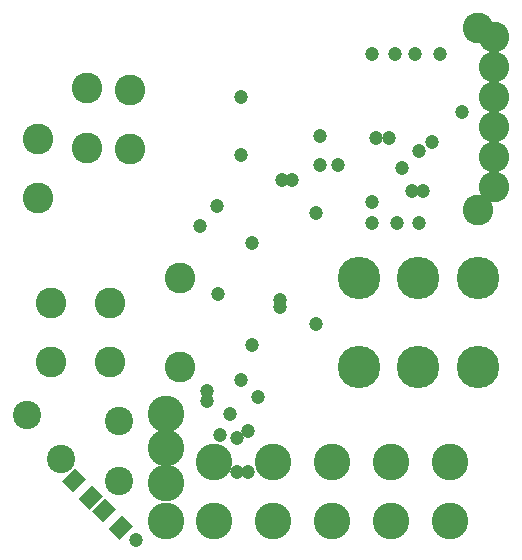
<source format=gbr>
%FSLAX32Y32*%
%MOMM*%
%LNLOETSTOP1*%
G71*
G01*
%ADD10C, 2.60*%
%ADD11C, 3.60*%
%ADD12C, 3.10*%
%ADD13C, 1.20*%
%ADD14C, 2.60*%
%ADD15C, 2.60*%
%ADD16C, 2.40*%
%LPD*%
X5409Y6454D02*
G54D10*
D03*
X5409Y5701D02*
G54D10*
D03*
X6922Y5698D02*
G54D11*
D03*
X6922Y6451D02*
G54D11*
D03*
X7424Y5698D02*
G54D11*
D03*
X7424Y6451D02*
G54D11*
D03*
X7926Y5698D02*
G54D11*
D03*
X7926Y6451D02*
G54D11*
D03*
X5691Y4396D02*
G54D12*
D03*
X5691Y4896D02*
G54D12*
D03*
X6191Y4396D02*
G54D12*
D03*
X6191Y4896D02*
G54D12*
D03*
X6691Y4396D02*
G54D12*
D03*
X6691Y4896D02*
G54D12*
D03*
X7191Y4396D02*
G54D12*
D03*
X7191Y4896D02*
G54D12*
D03*
X7691Y4396D02*
G54D12*
D03*
X7691Y4896D02*
G54D12*
D03*
X5286Y5301D02*
G54D12*
D03*
X5286Y5015D02*
G54D12*
D03*
X5286Y4396D02*
G54D12*
D03*
X5636Y5412D02*
G54D13*
D03*
X5636Y5492D02*
G54D13*
D03*
X4985Y8047D02*
G54D14*
D03*
X4985Y7547D02*
G54D14*
D03*
X7931Y8568D02*
G54D14*
D03*
X7931Y7028D02*
G54D14*
D03*
X4811Y6238D02*
G54D15*
D03*
X4811Y5738D02*
G54D15*
D03*
X4311Y6238D02*
G54D15*
D03*
X4311Y5738D02*
G54D15*
D03*
X6271Y7285D02*
G54D13*
D03*
X6350Y7285D02*
G54D13*
D03*
X5731Y6317D02*
G54D13*
D03*
X6017Y5888D02*
G54D13*
D03*
X6017Y6746D02*
G54D13*
D03*
X5826Y5301D02*
G54D13*
D03*
X5985Y5158D02*
G54D13*
D03*
X6064Y5444D02*
G54D13*
D03*
X7398Y8349D02*
G54D13*
D03*
X8064Y8492D02*
G54D14*
D03*
X8064Y8238D02*
G54D14*
D03*
X8064Y7984D02*
G54D14*
D03*
X8064Y7730D02*
G54D14*
D03*
X5572Y6888D02*
G54D13*
D03*
X7795Y7857D02*
G54D13*
D03*
X4620Y8063D02*
G54D14*
D03*
X4620Y7555D02*
G54D14*
D03*
X4207Y7127D02*
G54D15*
D03*
X4207Y7627D02*
G54D15*
D03*
X7033Y7095D02*
G54D13*
D03*
X7033Y6920D02*
G54D13*
D03*
X5715Y7063D02*
G54D13*
D03*
X7223Y8349D02*
G54D13*
D03*
X5985Y4809D02*
G54D13*
D03*
X5286Y4714D02*
G54D12*
D03*
X5890Y4809D02*
G54D13*
D03*
X5890Y5095D02*
G54D13*
D03*
X5921Y5587D02*
G54D13*
D03*
X5747Y5126D02*
G54D13*
D03*
X7033Y8349D02*
G54D13*
D03*
X5921Y7492D02*
G54D13*
D03*
X5921Y7984D02*
G54D13*
D03*
X4402Y4915D02*
G54D16*
D03*
X4107Y5290D02*
G54D16*
D03*
X4890Y4729D02*
G54D16*
D03*
X4890Y5237D02*
G54D16*
D03*
G36*
X4518Y4842D02*
X4609Y4750D01*
X4496Y4637D01*
X4404Y4729D01*
X4518Y4842D01*
G37*
G36*
X4663Y4696D02*
X4755Y4604D01*
X4642Y4491D01*
X4550Y4583D01*
X4663Y4696D01*
G37*
X6556Y6063D02*
G54D13*
D03*
X7430Y6920D02*
G54D13*
D03*
X7604Y8349D02*
G54D13*
D03*
X7239Y6920D02*
G54D13*
D03*
X7366Y7190D02*
G54D13*
D03*
X7461Y7190D02*
G54D13*
D03*
X7430Y7524D02*
G54D13*
D03*
X7541Y7603D02*
G54D13*
D03*
X7064Y7635D02*
G54D13*
D03*
X7176Y7635D02*
G54D13*
D03*
X6255Y6206D02*
G54D13*
D03*
X6255Y6269D02*
G54D13*
D03*
G36*
X4772Y4588D02*
X4863Y4496D01*
X4750Y4383D01*
X4658Y4475D01*
X4772Y4588D01*
G37*
G36*
X4917Y4442D02*
X5009Y4350D01*
X4896Y4237D01*
X4804Y4329D01*
X4917Y4442D01*
G37*
X5032Y4237D02*
G54D13*
D03*
X6556Y7000D02*
G54D13*
D03*
X6588Y7412D02*
G54D13*
D03*
X6588Y7650D02*
G54D13*
D03*
X8064Y7222D02*
G54D14*
D03*
X8064Y7476D02*
G54D14*
D03*
X6747Y7412D02*
G54D13*
D03*
X7287Y7381D02*
G54D13*
D03*
M02*

</source>
